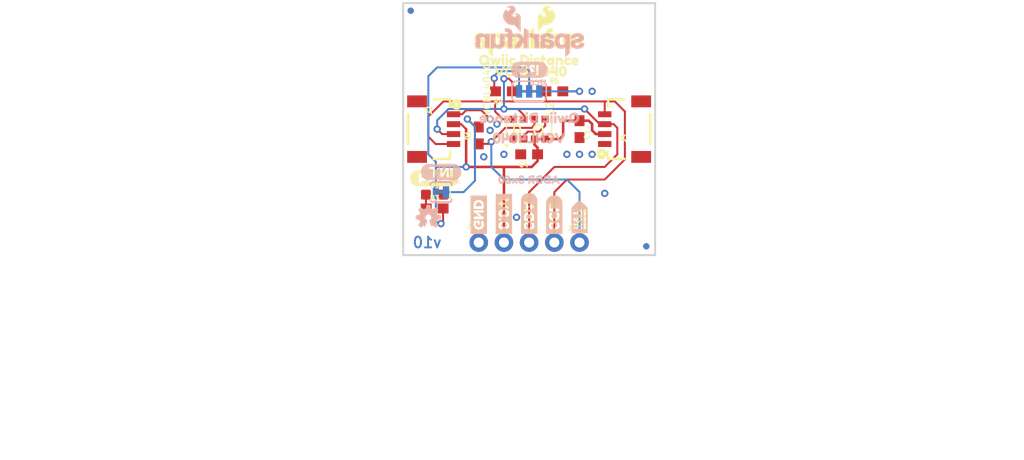
<source format=kicad_pcb>
(kicad_pcb (version 20211014) (generator pcbnew)
  (layers (0 "F.Cu" signal) (31 "B.Cu" signal) (34 "B.Paste" user) (35 "F.Paste" user) (36 "B.SilkS" user "B.Silkscreen") (37 "F.SilkS" user "F.Silkscreen") (38 "B.Mask" user) (39 "F.Mask" user) (44 "Edge.Cuts" user))
  (net 0 "")
  (net 1 "3.3V")
  (net 2 "GND")
  (net 3 "SCL")
  (net 4 "SDA")
  (net 5 "~{INT}")
  (net 6 "N$1")
  (net 7 "N$2")
  (net 8 "N$4")
  (net 9 "N$3")
  (net 10 "N$6")
  (footprint "boardEagle:0603" (layer "F.Cu") (at 151.0411 101.1936)
    (fp_text reference "R5" (at 0 -0.762) (layer "F.SilkS") (effects (font (size 0.48768 0.48768) (thickness 0.12192)) (justify bottom)))
    (fp_text value "2.2k")
    (pad "1" smd rect (at -0.85 0) (size 1.1 1) (layers "F.Cu" "F.Paste" "F.Mask") (net 3 "SCL"))
    (pad "2" smd rect (at 0.85 0) (size 1.1 1) (layers "F.Cu" "F.Paste" "F.Mask") (net 6 "N$1"))
  )
  (footprint "boardEagle:3#3V2" (layer "F.Cu") (at 145.9611 116.0526 90)
    (fp_text reference "U$21" hide)
    (fp_text value "" hide)
  )
  (footprint "boardEagle:STAND-OFF" (layer "F.Cu") (at 158.6611 94.8436)
    (fp_text reference "JP4" hide)
    (fp_text value "STAND-OFF" hide)
    (pad "" np_thru_hole circle (at 0 0) (size 3.302 3.302) (drill 3.302) (layers *.Cu *.Mask))
  )
  (footprint "boardEagle:SDA8" (layer "F.Cu") (at 148.5011 116.0526 90)
    (fp_text reference "U$27" hide)
    (fp_text value "" hide)
  )
  (footprint "boardEagle:1X04_1MM_RA" (layer "F.Cu") (at 140.8811 105.0036 -90)
    (fp_text reference "J2" (at -1.397 2.159 -90) (layer "F.SilkS") (effects (font (size 0.48768 0.48768) (thickness 0.12192)) (justify left bottom)))
    (fp_text value "")
    (pad "1" smd rect (at -1.5 0 270) (size 0.6 1.35) (layers "F.Cu" "F.Paste" "F.Mask") (net 2 "GND"))
    (pad "2" smd rect (at -0.5 0 270) (size 0.6 1.35) (layers "F.Cu" "F.Paste" "F.Mask") (net 1 "3.3V"))
    (pad "3" smd rect (at 0.5 0 270) (size 0.6 1.35) (layers "F.Cu" "F.Paste" "F.Mask") (net 4 "SDA"))
    (pad "4" smd rect (at 1.5 0 270) (size 0.6 1.35) (layers "F.Cu" "F.Paste" "F.Mask") (net 3 "SCL"))
    (pad "NC1" smd rect (at 2.8 3.675 270) (size 1.2 2) (layers "F.Cu" "F.Paste" "F.Mask"))
    (pad "NC2" smd rect (at -2.8 3.675 270) (size 1.2 2) (layers "F.Cu" "F.Paste" "F.Mask"))
  )
  (footprint "boardEagle:1X04_1MM_RA" (layer "F.Cu") (at 156.1211 105.0036 90)
    (fp_text reference "J4" (at -1.397 2.159 90) (layer "F.SilkS") (effects (font (size 0.48768 0.48768) (thickness 0.12192)) (justify left bottom)))
    (fp_text value "")
    (pad "1" smd rect (at -1.5 0 90) (size 0.6 1.35) (layers "F.Cu" "F.Paste" "F.Mask") (net 2 "GND"))
    (pad "2" smd rect (at -0.5 0 90) (size 0.6 1.35) (layers "F.Cu" "F.Paste" "F.Mask") (net 1 "3.3V"))
    (pad "3" smd rect (at 0.5 0 90) (size 0.6 1.35) (layers "F.Cu" "F.Paste" "F.Mask") (net 4 "SDA"))
    (pad "4" smd rect (at 1.5 0 90) (size 0.6 1.35) (layers "F.Cu" "F.Paste" "F.Mask") (net 3 "SCL"))
    (pad "NC1" smd rect (at 2.8 3.675 90) (size 1.2 2) (layers "F.Cu" "F.Paste" "F.Mask"))
    (pad "NC2" smd rect (at -2.8 3.675 90) (size 1.2 2) (layers "F.Cu" "F.Paste" "F.Mask"))
  )
  (footprint "boardEagle:LED-0603" (layer "F.Cu") (at 138.9761 111.6076)
    (fp_text reference "D1" (at 0 -0.635) (layer "F.SilkS") (effects (font (size 0.48768 0.48768) (thickness 0.12192)) (justify bottom)))
    (fp_text value "RED")
    (pad "A" smd roundrect (at -0.877 0 270) (size 1 1) (layers "F.Cu" "F.Paste" "F.Mask") (roundrect_rratio 0.15) (net 9 "N$3"))
    (pad "C" smd roundrect (at 0.877 0 270) (size 1 1) (layers "F.Cu" "F.Paste" "F.Mask") (roundrect_rratio 0.15) (net 2 "GND"))
  )
  (footprint "boardEagle:MICRO-FIDUCIAL" (layer "F.Cu") (at 160.3121 116.8146)
    (fp_text reference "JP2" hide)
    (fp_text value "FIDUCIALUFIDUCIAL" hide)
    (pad "1" smd roundrect (at 0 0) (size 0.635 0.635) (layers "F.Cu" "F.Mask") (roundrect_rratio 0.5))
  )
  (footprint "boardEagle:0603" (layer "F.Cu") (at 138.9761 113.0046)
    (fp_text reference "R3" (at 0 -0.762) (layer "F.SilkS") (effects (font (size 0.48768 0.48768) (thickness 0.12192)) (justify bottom)))
    (fp_text value "1k")
    (pad "1" smd rect (at -0.85 0) (size 1.1 1) (layers "F.Cu" "F.Paste" "F.Mask") (net 9 "N$3"))
    (pad "2" smd rect (at 0.85 0) (size 1.1 1) (layers "F.Cu" "F.Paste" "F.Mask") (net 1 "3.3V"))
  )
  (footprint "boardEagle:SCL9" (layer "F.Cu") (at 151.0411 116.0526 90)
    (fp_text reference "U$26" hide)
    (fp_text value "" hide)
  )
  (footprint "boardEagle:#INT14" (layer "F.Cu") (at 153.5811 116.1796 90)
    (fp_text reference "U$25" hide)
    (fp_text value "" hide)
  )
  (footprint "boardEagle:SPARKX_VCNL4040" (layer "F.Cu") (at 148.5011 105.0036 -90)
    (fp_text reference "U2" (at -1.27 -2.54 -90) (layer "F.SilkS") (effects (font (size 0.715264 0.715264) (thickness 0.097536)) (justify left bottom)))
    (fp_text value "VCNL4040" (at -1.27 3.81 -90) (layer "F.SilkS") (effects (font (size 0.715264 0.715264) (thickness 0.097536)) (justify left bottom)))
    (pad "1" smd rect (at 1 1.6125 270) (size 0.7 0.725) (layers "F.Cu" "F.Paste" "F.Mask") (net 2 "GND"))
    (pad "2" smd rect (at 1 0.5375 270) (size 0.7 0.725) (layers "F.Cu" "F.Paste" "F.Mask") (net 10 "N$6"))
    (pad "3" smd rect (at 1 -0.5375 270) (size 0.7 0.725) (layers "F.Cu" "F.Paste" "F.Mask") (net 1 "3.3V"))
    (pad "4" smd rect (at 1 -1.6125 270) (size 0.7 0.725) (layers "F.Cu" "F.Paste" "F.Mask") (net 1 "3.3V"))
    (pad "5" smd rect (at -1 -1.6125 270) (size 0.7 0.725) (layers "F.Cu" "F.Paste" "F.Mask") (net 10 "N$6"))
    (pad "6" smd rect (at -1 -0.5375 270) (size 0.7 0.725) (layers "F.Cu" "F.Paste" "F.Mask") (net 5 "~{INT}"))
    (pad "7" smd rect (at -1 0.5375 270) (size 0.7 0.725) (layers "F.Cu" "F.Paste" "F.Mask") (net 4 "SDA"))
    (pad "8" smd rect (at -1 1.6125 270) (size 0.7 0.725) (layers "F.Cu" "F.Paste" "F.Mask") (net 3 "SCL"))
  )
  (footprint "boardEagle:CREATIVE_COMMONS" (layer "F.Cu") (at 115.4811 135.4836)
    (fp_text reference "FRAME1" hide)
    (fp_text value "FRAME-LETTER" hide)
  )
  (footprint "boardEagle:0603" (layer "F.Cu") (at 153.5811 105.0036 -90)
    (fp_text reference "C1" (at 0 -0.762 90) (layer "F.SilkS") (effects (font (size 0.512064 0.512064) (thickness 0.097536)) (justify right)))
    (fp_text value "2.2uF")
    (pad "1" smd rect (at -0.85 0 270) (size 1.1 1) (layers "F.Cu" "F.Paste" "F.Mask") (net 1 "3.3V"))
    (pad "2" smd rect (at 0.85 0 270) (size 1.1 1) (layers "F.Cu" "F.Paste" "F.Mask") (net 2 "GND"))
  )
  (footprint "boardEagle:0603" (layer "F.Cu") (at 143.4211 105.6386 90)
    (fp_text reference "R1" (at 0 -0.762 90) (layer "F.SilkS") (effects (font (size 0.48768 0.48768) (thickness 0.12192)) (justify bottom)))
    (fp_text value "10k")
    (pad "1" smd rect (at -0.85 0 90) (size 1.1 1) (layers "F.Cu" "F.Paste" "F.Mask") (net 5 "~{INT}"))
    (pad "2" smd rect (at 0.85 0 90) (size 1.1 1) (layers "F.Cu" "F.Paste" "F.Mask") (net 8 "N$4"))
  )
  (footprint "boardEagle:1X04_NO_SILK" (layer "F.Cu") (at 143.4211 116.4336)
    (fp_text reference "J3" (at -1.27 -1.397) (layer "F.SilkS") (effects (font (size 0.48768 0.48768) (thickness 0.12192)) (justify left bottom)))
    (fp_text value "PTH")
    (pad "1" thru_hole circle (at 0 0 90) (size 1.8796 1.8796) (drill 1.016) (layers *.Cu *.Mask) (net 2 "GND"))
    (pad "2" thru_hole circle (at 2.54 0 90) (size 1.8796 1.8796) (drill 1.016) (layers *.Cu *.Mask) (net 1 "3.3V"))
    (pad "3" thru_hole circle (at 5.08 0 90) (size 1.8796 1.8796) (drill 1.016) (layers *.Cu *.Mask) (net 4 "SDA"))
    (pad "4" thru_hole circle (at 7.62 0 90) (size 1.8796 1.8796) (drill 1.016) (layers *.Cu *.Mask) (net 3 "SCL"))
  )
  (footprint "boardEagle:MICRO-FIDUCIAL" (layer "F.Cu") (at 136.5631 93.0656)
    (fp_text reference "JP6" hide)
    (fp_text value "FIDUCIALUFIDUCIAL" hide)
    (pad "1" smd roundrect (at 0 0) (size 0.635 0.635) (layers "F.Cu" "F.Mask") (roundrect_rratio 0.5))
  )
  (footprint "boardEagle:QWIIC_DISTANCE0" (layer "F.Cu") (at 142.5321 98.0186)
    (fp_text reference "U$19" hide)
    (fp_text value "" hide)
  )
  (footprint "boardEagle:SFE_LOGO_NAME_FLAME_.1" (layer "F.Cu") (at 148.5011 96.2406)
    (fp_text reference "U$1" hide)
    (fp_text value "SFE_LOGO_NAME_FLAME.1_INCH" hide)
  )
  (footprint "boardEagle:(PWR)" (layer "F.Cu") (at 136.4361 109.9566)
    (fp_text reference "U$10" hide)
    (fp_text value "" hide)
  )
  (footprint "boardEagle:VCNL40401" (layer "F.Cu") (at 144.0561 99.1616)
    (fp_text reference "U$13" hide)
    (fp_text value "" hide)
  )
  (footprint "boardEagle:0603" (layer "F.Cu") (at 148.5011 107.5436 180)
    (fp_text reference "C4" (at 0 -0.762 180) (layer "F.SilkS") (effects (font (size 0.48768 0.48768) (thickness 0.12192)) (justify right top)))
    (fp_text value "0.1uF")
    (pad "1" smd rect (at -0.85 0 180) (size 1.1 1) (layers "F.Cu" "F.Paste" "F.Mask") (net 1 "3.3V"))
    (pad "2" smd rect (at 0.85 0 180) (size 1.1 1) (layers "F.Cu" "F.Paste" "F.Mask") (net 2 "GND"))
  )
  (footprint "boardEagle:STAND-OFF" (layer "F.Cu") (at 138.3411 94.8436)
    (fp_text reference "JP3" hide)
    (fp_text value "STAND-OFF" hide)
    (pad "" np_thru_hole circle (at 0 0) (size 3.302 3.302) (drill 3.302) (layers *.Cu *.Mask))
  )
  (footprint "boardEagle:1X01_NO_SILK" (layer "F.Cu") (at 153.5811 116.4336)
    (fp_text reference "J5" (at -1.27 -1.143) (layer "F.SilkS") (effects (font (size 0.48768 0.48768) (thickness 0.12192)) (justify left bottom)))
    (fp_text value "")
    (pad "1" thru_hole circle (at 0 0 90) (size 1.8796 1.8796) (drill 1.016) (layers *.Cu *.Mask) (net 5 "~{INT}"))
  )
  (footprint "boardEagle:REVISION" (layer "F.Cu") (at 126.9111 138.0236)
    (fp_text reference "LOGO2" hide)
    (fp_text value "REVISION" hide)
  )
  (footprint "boardEagle:GND1" (layer "F.Cu") (at 143.4211 116.0526 90)
    (fp_text reference "U$22" hide)
    (fp_text value "" hide)
  )
  (footprint "boardEagle:0603" (layer "F.Cu") (at 145.9611 101.1936 180)
    (fp_text reference "R4" (at 0 -0.762 180) (layer "F.SilkS") (effects (font (size 0.48768 0.48768) (thickness 0.12192)) (justify right top)))
    (fp_text value "2.2k")
    (pad "1" smd rect (at -0.85 0 180) (size 1.1 1) (layers "F.Cu" "F.Paste" "F.Mask") (net 4 "SDA"))
    (pad "2" smd rect (at 0.85 0 180) (size 1.1 1) (layers "F.Cu" "F.Paste" "F.Mask") (net 7 "N$2"))
  )
  (footprint "boardEagle:SFE_LOGO_NAME_FLAME_.1" (layer "B.Cu") (at 148.5011 96.2406 180)
    (fp_text reference "U$2" hide)
    (fp_text value "SFE_LOGO_NAME_FLAME.1_INCH" hide)
  )
  (footprint "boardEagle:MICRO-FIDUCIAL" (layer "B.Cu") (at 160.3121 116.8146 180)
    (fp_text reference "JP5" hide)
    (fp_text value "FIDUCIALUFIDUCIAL" hide)
    (pad "1" smd roundrect (at 0 0 180) (size 0.635 0.635) (layers "B.Cu" "B.Mask") (roundrect_rratio 0.5))
  )
  (footprint "boardEagle:SMT-JUMPER_3_2-NC_TRACE_SILK" (layer "B.Cu") (at 148.5011 101.1936 180)
    (fp_text reference "I2C0" (at 0 1.143) (layer "B.SilkS") (effects (font (size 0.48768 0.48768) (thickness 0.12192)) (justify right top mirror)))
    (fp_text value "")
    (fp_line (start 0 0) (end 1.016 0) (layer "B.Cu") (width 0.254))
    (fp_line (start 0 0) (end -1.016 0) (layer "B.Cu") (width 0.254))
    (pad "1" smd rect (at -1.016 0 180) (size 0.635 1.27) (layers "B.Cu" "B.Mask") (net 6 "N$1"))
    (pad "2" smd rect (at 0 0 180) (size 0.635 1.27) (layers "B.Cu" "B.Mask") (net 1 "3.3V"))
    (pad "3" smd rect (at 1.016 0 180) (size 0.635 1.27) (layers "B.Cu" "B.Mask") (net 7 "N$2"))
  )
  (footprint "boardEagle:MICRO-FIDUCIAL" (layer "B.Cu") (at 136.5631 93.0656 180)
    (fp_text reference "JP1" hide)
    (fp_text value "FIDUCIALUFIDUCIAL" hide)
    (pad "1" smd roundrect (at 0 0 180) (size 0.635 0.635) (layers "B.Cu" "B.Mask") (roundrect_rratio 0.5))
  )
  (footprint "boardEagle:OSHW-LOGO-MINI" (layer "B.Cu") (at 138.3411 113.8936 180)
    (fp_text reference "LOGO1" hide)
    (fp_text value "OSHW-LOGOMINI" hide)
  )
  (footprint "boardEagle:PAD-JUMPER-2-NC_BY_TRACE_YES_SILK" (layer "B.Cu") (at 139.6111 111.3536 180)
    (fp_text reference "JP9" (at -0.9525 1.27) (layer "B.SilkS") (effects (font (size 0.373888 0.373888) (thickness 0.032512)) (justify right top mirror)))
    (fp_text value "INT")
    (fp_line (start -0.381 0) (end 0.381 0) (layer "B.Cu") (width 0.254))
    (pad "1" smd rect (at -0.508 0 180) (size 0.635 1.27) (layers "B.Cu" "B.Mask") (net 8 "N$4"))
    (pad "2" smd rect (at 0.508 0 180) (size 0.635 1.27) (layers "B.Cu" "B.Mask") (net 1 "3.3V"))
  )
  (footprint "boardEagle:(I_SUPER2_C)" (layer "B.Cu") (at 150.4061 99.0346 180)
    (fp_text reference "U$11" hide)
    (fp_text value "" hide)
  )
  (footprint "boardEagle:QWIIC_DISTANCE0" (layer "B.Cu") (at 154.4701 103.8606 180)
    (fp_text reference "U$15" hide)
    (fp_text value "" hide)
  )
  (footprint "boardEagle:SCL9" (layer "B.Cu") (at 151.0411 116.0526 90)
    (fp_text reference "U$6" hide)
    (fp_text value "" hide)
  )
  (footprint "boardEagle:#INT14" (layer "B.Cu") (at 153.5811 116.1796 90)
    (fp_text reference "U$7" hide)
    (fp_text value "" hide)
  )
  (footprint "boardEagle:3#3V2" (layer "B.Cu") (at 145.9611 116.0526 90)
    (fp_text reference "U$4" hide)
    (fp_text value "" hide)
  )
  (footprint "boardEagle:(INT)" (layer "B.Cu") (at 141.7701 109.3216 180)
    (fp_text reference "U$12" hide)
    (fp_text value "" hide)
  )
  (footprint "boardEagle:ADDR_0X600" (layer "B.Cu") (at 152.3111 110.0836 180)
    (fp_text reference "U$8" hide)
    (fp_text value "" hide)
  )
  (footprint "boardEagle:SDA8" (layer "B.Cu") (at 148.5011 116.0526 90)
    (fp_text reference "U$5" hide)
    (fp_text value "" hide)
  )
  (footprint "boardEagle:GND1" (layer "B.Cu") (at 143.4211 116.0526 90)
    (fp_text reference "U$3" hide)
    (fp_text value "" hide)
  )
  (footprint "boardEagle:VCNL40401" (layer "B.Cu") (at 153.0731 105.8926 180)
    (fp_text reference "U$14" hide)
    (fp_text value "" hide)
  )
  (gr_line (start 161.2011 92.3036) (end 161.2011 117.7036) (layer "Edge.Cuts") (width 0.2032))
  (gr_line (start 161.2011 117.7036) (end 135.8011 117.7036) (layer "Edge.Cuts") (width 0.2032))
  (gr_line (start 135.8011 117.7036) (end 135.8011 92.3036) (layer "Edge.Cuts") (width 0.2032))
  (gr_line (start 135.8011 92.3036) (end 161.2011 92.3036) (layer "Edge.Cuts") (width 0.2032))
  (gr_text "v10" (at 138.2141 116.4336) (layer "B.Cu") (effects (font (size 1.0795 1.0795) (thickness 0.1905)) (justify mirror)))
  (segment (start 149.3511 107.5436) (end 149.3511 108.2176) (width 0.254) (layer "F.Cu") (net 1))
  (segment (start 142.1511 105.0036) (end 142.1511 108.8136) (width 0.254) (layer "F.Cu") (net 1))
  (segment (start 142.1511 108.8136) (end 145.9611 108.8136) (width 0.254) (layer "F.Cu") (net 1))
  (segment (start 139.8261 114.3136) (end 139.6111 114.5286) (width 0.2032) (layer "F.Cu") (net 1))
  (segment (start 156.1211 105.5036) (end 155.2241 105.5036) (width 0.254) (layer "F.Cu") (net 1))
  (segment (start 154.5091 104.1536) (end 154.8511 104.4956) (width 0.254) (layer "F.Cu") (net 1))
  (segment (start 139.8261 113.0046) (end 139.8261 114.3136) (width 0.2032) (layer "F.Cu") (net 1))
  (segment (start 149.0386 106.5571) (end 149.3511 106.8696) (width 0.254) (layer "F.Cu") (net 1))
  (segment (start 153.5811 104.1536) (end 152.1451 104.1536) (width 0.254) (layer "F.Cu") (net 1))
  (segment (start 153.5811 104.1536) (end 154.5091 104.1536) (width 0.254) (layer "F.Cu") (net 1))
  (segment (start 149.0386 106.0036) (end 150.1136 106.0036) (width 0.254) (layer "F.Cu") (net 1))
  (segment (start 149.3511 107.5436) (end 149.3511 106.8696) (width 0.254) (layer "F.Cu") (net 1))
  (segment (start 148.7551 108.8136) (end 149.3511 108.2176) (width 0.254) (layer "F.Cu") (net 1))
  (segment (start 152.1451 104.1536) (end 151.9301 104.3686) (width 0.254) (layer "F.Cu") (net 1))
  (segment (start 141.6511 104.5036) (end 142.1511 105.0036) (width 0.2032) (layer "F.Cu") (net 1))
  (segment (start 154.8511 104.4956) (end 154.8511 105.1306) (width 0.254) (layer "F.Cu") (net 1))
  (segment (start 150.1136 106.0036) (end 151.5651 106.0036) (width 0.254) (layer "F.Cu") (net 1))
  (segment (start 149.0386 106.0036) (end 149.0386 106.5571) (width 0.254) (layer "F.Cu") (net 1))
  (segment (start 151.9301 105.6386) (end 151.9301 104.3686) (width 0.254) (layer "F.Cu") (net 1))
  (segment (start 140.8811 104.5036) (end 141.6511 104.5036) (width 0.2032) (layer "F.Cu") (net 1))
  (segment (start 151.5651 106.0036) (end 151.9301 105.6386) (width 0.254) (layer "F.Cu") (net 1))
  (segment (start 154.8511 105.1306) (end 155.2241 105.5036) (width 0.254) (layer "F.Cu") (net 1))
  (segment (start 145.9611 116.4336) (end 145.9611 108.8136) (width 0.254) (layer "F.Cu") (net 1))
  (segment (start 145.9611 108.8136) (end 148.7551 108.8136) (width 0.254) (layer "F.Cu") (net 1))
  (via (at 142.1511 108.8136) (size 0.7366) (drill 0.381) (layers "F.Cu" "B.Cu") (net 1))
  (via (at 139.6111 114.5286) (size 0.7366) (drill 0.381) (layers "F.Cu" "B.Cu") (net 1))
  (segment (start 139.6111 114.5286) (end 139.3571 114.5286) (width 0.2032) (layer "B.Cu") (net 1))
  (segment (start 139.3571 114.5286) (end 139.1031 114.2746) (width 0.2032) (layer "B.Cu") (net 1))
  (segment (start 148.5011 101.1936) (end 148.5011 99.1616) (width 0.2032) (layer "B.Cu") (net 1))
  (segment (start 139.1031 108.3056) (end 138.3411 107.5436) (width 0.2032) (layer "B.Cu") (net 1))
  (segment (start 138.3411 99.6696) (end 138.3411 107.5436) (width 0.2032) (layer "B.Cu") (net 1))
  (segment (start 142.1511 108.8136) (end 139.1031 108.8136) (width 0.2032) (layer "B.Cu") (net 1))
  (segment (start 148.1201 98.7806) (end 139.2301 98.7806) (width 0.2032) (layer "B.Cu") (net 1))
  (segment (start 139.1031 114.2746) (end 139.1031 111.3536) (width 0.2032) (layer "B.Cu") (net 1))
  (segment (start 139.1031 111.3536) (end 139.1031 108.8136) (width 0.2032) (layer "B.Cu") (net 1))
  (segment (start 139.1031 108.8136) (end 139.1031 108.3056) (width 0.2032) (layer "B.Cu") (net 1))
  (segment (start 148.5011 99.1616) (end 148.1201 98.7806) (width 0.2032) (layer "B.Cu") (net 1))
  (segment (start 139.2301 98.7806) (end 138.3411 99.6696) (width 0.2032) (layer "B.Cu") (net 1))
  (segment (start 140.8811 103.5036) (end 141.7461 103.5036) (width 0.2032) (layer "F.Cu") (net 2))
  (segment (start 141.7461 103.5036) (end 142.1511 103.0986) (width 0.2032) (layer "F.Cu") (net 2))
  (segment (start 142.1511 103.0986) (end 143.6751 103.0986) (width 0.2032) (layer "F.Cu") (net 2))
  (segment (start 143.6751 103.0986) (end 144.5641 103.9876) (width 0.2032) (layer "F.Cu") (net 2))
  (via (at 152.3111 107.5436) (size 0.7366) (drill 0.381) (layers "F.Cu" "B.Cu") (net 2))
  (via (at 156.1211 111.4806) (size 0.7366) (drill 0.381) (layers "F.Cu" "B.Cu") (net 2))
  (via (at 145.2626 104.4956) (size 0.7366) (drill 0.381) (layers "F.Cu" "B.Cu") (net 2))
  (via (at 144.5641 105.1306) (size 0.7366) (drill 0.381) (layers "F.Cu" "B.Cu") (net 2))
  (via (at 154.8511 101.1936) (size 0.7366) (drill 0.381) (layers "F.Cu" "B.Cu") (net 2))
  (via (at 154.8511 107.5436) (size 0.7366) (drill 0.381) (layers "F.Cu" "B.Cu") (net 2))
  (via (at 144.5641 103.9876) (size 0.7366) (drill 0.381) (layers "F.Cu" "B.Cu") (net 2))
  (via (at 153.5811 107.5436) (size 0.7366) (drill 0.381) (layers "F.Cu" "B.Cu") (net 2))
  (via (at 145.9611 107.5436) (size 0.7366) (drill 0.381) (layers "F.Cu" "B.Cu") (net 2))
  (via (at 147.2311 113.8936) (size 0.7366) (drill 0.381) (layers "F.Cu" "B.Cu") (net 2))
  (via (at 143.9291 107.7976) (size 0.7366) (drill 0.381) (layers "F.Cu" "B.Cu") (net 2))
  (segment (start 140.8811 106.5036) (end 139.0791 106.5036) (width 0.2032) (layer "F.Cu") (net 3))
  (segment (start 145.0721 103.2256) (end 145.0721 102.4636) (width 0.2032) (layer "F.Cu") (net 3))
  (segment (start 151.0411 111.3536) (end 152.3111 110.0836) (width 0.2032) (layer "F.Cu") (net 3))
  (segment (start 150.1911 102.2096) (end 149.1361 102.2096) (width 0.2032) (layer "F.Cu") (net 3))
  (segment (start 156.1211 110.0836) (end 158.1531 108.0516) (width 0.2032) (layer "F.Cu") (net 3))
  (segment (start 158.1531 108.0516) (end 158.1531 103.2256) (width 0.2032) (layer "F.Cu") (net 3))
  (segment (start 139.8651 102.2096) (end 138.3411 103.7336) (width 0.2032) (layer "F.Cu") (net 3))
  (segment (start 145.8501 104.0036) (end 145.0721 103.2256) (width 0.2032) (layer "F.Cu") (net 3))
  (segment (start 138.3411 103.7336) (end 138.3411 105.7656) (width 0.2032) (layer "F.Cu") (net 3))
  (segment (start 138.3411 105.7656) (end 139.0791 106.5036) (width 0.2032) (layer "F.Cu") (net 3))
  (segment (start 152.3111 110.0836) (end 156.1211 110.0836) (width 0.2032) (layer "F.Cu") (net 3))
  (segment (start 149.1361 102.2096) (end 145.0721 102.2096) (width 0.2032) (layer "F.Cu") (net 3))
  (segment (start 156.1211 103.5036) (end 156.1211 102.2096) (width 0.2032) (layer "F.Cu") (net 3))
  (segment (start 151.0411 116.4336) (end 151.0411 111.3536) (width 0.2032) (layer "F.Cu") (net 3))
  (segment (start 150.1911 101.1936) (end 150.1911 102.2096) (width 0.2032) (layer "F.Cu") (net 3))
  (segment (start 158.1531 103.2256) (end 157.1371 102.2096) (width 0.2032) (layer "F.Cu") (net 3))
  (segment (start 146.8886 104.0036) (end 145.8501 104.0036) (width 0.2032) (layer "F.Cu") (net 3))
  (segment (start 145.0721 102.3366) (end 145.0721 102.2096) (width 0.2032) (layer "F.Cu") (net 3))
  (segment (start 145.0721 102.4636) (end 145.0721 102.3366) (width 0.2032) (layer "F.Cu") (net 3))
  (segment (start 157.1371 102.2096) (end 156.1211 102.2096) (width 0.2032) (layer "F.Cu") (net 3))
  (segment (start 156.1211 102.2096) (end 150.1911 102.2096) (width 0.2032) (layer "F.Cu") (net 3))
  (segment (start 145.0721 102.2096) (end 139.8651 102.2096) (width 0.2032) (layer "F.Cu") (net 3))
  (segment (start 146.4691 99.9236) (end 145.9611 99.9236) (width 0.2032) (layer "F.Cu") (net 4))
  (segment (start 146.4691 99.9236) (end 146.8111 100.2656) (width 0.2032) (layer "F.Cu") (net 4))
  (segment (start 139.7301 105.5036) (end 139.2301 105.0036) (width 0.2032) (layer "F.Cu") (net 4))
  (segment (start 156.1211 104.5036) (end 157.0181 104.5036) (width 0.2032) (layer "F.Cu") (net 4))
  (segment (start 147.9636 104.0036) (end 147.9636 103.5771) (width 0.2032) (layer "F.Cu") (net 4))
  (segment (start 147.3581 102.9716) (end 147.9636 103.5771) (width 0.2032) (layer "F.Cu") (net 4))
  (segment (start 155.6211 104.5036) (end 154.0891 102.9716) (width 0.2032) (layer "F.Cu") (net 4))
  (segment (start 156.1211 104.5036) (end 155.6211 104.5036) (width 0.2032) (layer "F.Cu") (net 4))
  (segment (start 156.1211 108.8136) (end 157.3911 107.5436) (width 0.2032) (layer "F.Cu") (net 4))
  (segment (start 157.0181 104.5036) (end 157.3911 104.8766) (width 0.2032) (layer "F.Cu") (net 4))
  (segment (start 148.5011 111.3536) (end 151.0411 108.8136) (width 0.2032) (layer "F.Cu") (net 4))
  (segment (start 146.8111 101.1936) (end 146.8111 100.2656) (width 0.2032) (layer "F.Cu") (net 4))
  (segment (start 157.3911 104.8766) (end 157.3911 107.5436) (width 0.2032) (layer "F.Cu") (net 4))
  (segment (start 145.9611 102.9716) (end 147.3581 102.9716) (width 0.2032) (layer "F.Cu") (net 4))
  (segment (start 148.5011 116.4336) (end 148.5011 111.3536) (width 0.2032) (layer "F.Cu") (net 4))
  (segment (start 140.8811 105.5036) (end 139.7301 105.5036) (width 0.2032) (layer "F.Cu") (net 4))
  (segment (start 151.0411 108.8136) (end 156.1211 108.8136) (width 0.2032) (layer "F.Cu") (net 4))
  (via (at 154.0891 102.9716) (size 0.7366) (drill 0.381) (layers "F.Cu" "B.Cu") (net 4))
  (via (at 145.9611 102.9716) (size 0.7366) (drill 0.381) (layers "F.Cu" "B.Cu") (net 4))
  (via (at 145.9611 99.9236) (size 0.7366) (drill 0.381) (layers "F.Cu" "B.Cu") (net 4))
  (via (at 139.2301 105.0036) (size 0.7366) (drill 0.381) (layers "F.Cu" "B.Cu") (net 4))
  (segment (start 154.0891 102.9716) (end 145.9611 102.9716) (width 0.2032) (layer "B.Cu") (net 4))
  (segment (start 139.2301 105.0036) (end 139.2301 104.1146) (width 0.2032) (layer "B.Cu") (net 4))
  (segment (start 145.9611 99.9236) (end 145.9611 102.9716) (width 0.2032) (layer "B.Cu") (net 4))
  (segment (start 140.3731 102.9716) (end 139.2301 104.1146) (width 0.2032) (layer "B.Cu") (net 4))
  (segment (start 145.9611 102.9716) (end 140.3731 102.9716) (width 0.2032) (layer "B.Cu") (net 4))
  (segment (start 146.0881 104.8766) (end 144.6911 106.2736) (width 0.2032) (layer "F.Cu") (net 5))
  (segment (start 148.7551 104.8766) (end 146.0881 104.8766) (width 0.2032) (layer "F.Cu") (net 5))
  (segment (start 149.0386 104.0036) (end 149.0386 104.5931) (width 0.2032) (layer "F.Cu") (net 5))
  (segment (start 144.6911 106.2736) (end 144.4761 106.4886) (width 0.2032) (layer "F.Cu") (net 5))
  (segment (start 143.4211 106.4886) (end 143.7141 106.4886) (width 0.2032) (layer "F.Cu") (net 5))
  (segment (start 149.0386 104.5931) (end 148.7551 104.8766) (width 0.2032) (layer "F.Cu") (net 5))
  (segment (start 144.4761 106.4886) (end 143.4211 106.4886) (width 0.2032) (layer "F.Cu") (net 5))
  (via (at 144.6911 106.2736) (size 0.7366) (drill 0.381) (layers "F.Cu" "B.Cu") (net 5))
  (segment (start 153.5811 116.4336) (end 153.5811 111.3536) (width 0.2032) (layer "B.Cu") (net 5))
  (segment (start 152.3111 110.0836) (end 153.5811 111.3536) (width 0.2032) (layer "B.Cu") (net 5))
  (segment (start 144.6911 108.8136) (end 144.6911 106.2736) (width 0.2032) (layer "B.Cu") (net 5))
  (segment (start 145.9611 110.0836) (end 144.6911 108.8136) (width 0.2032) (layer "B.Cu") (net 5))
  (segment (start 152.3111 110.0836) (end 145.9611 110.0836) (width 0.2032) (layer "B.Cu") (net 5))
  (segment (start 151.8911 101.1936) (end 153.5811 101.1936) (width 0.2032) (layer "F.Cu") (net 6))
  (via (at 153.5811 101.1936) (size 0.7366) (drill 0.381) (layers "F.Cu" "B.Cu") (net 6))
  (segment (start 149.5171 101.1936) (end 153.5031 101.1936) (width 0.2032) (layer "B.Cu") (net 6))
  (segment (start 153.5031 101.1936) (end 153.5811 101.1936) (width 0.2032) (layer "B.Cu") (net 6))
  (segment (start 144.9841 101.0666) (end 144.9841 99.8846) (width 0.2032) (layer "F.Cu") (net 7))
  (segment (start 145.1111 101.1936) (end 144.9841 101.0666) (width 0.2032) (layer "F.Cu") (net 7))
  (via (at 144.9841 99.8846) (size 0.7366) (drill 0.381) (layers "F.Cu" "B.Cu") (net 7))
  (segment (start 147.4851 99.5426) (end 147.1041 99.1616) (width 0.2032) (layer "B.Cu") (net 7))
  (segment (start 144.9841 99.8846) (end 144.9841 99.6306) (width 0.2032) (layer "B.Cu") (net 7))
  (segment (start 145.4531 99.1616) (end 144.9841 99.6306) (width 0.2032) (layer "B.Cu") (net 7))
  (segment (start 147.4851 101.1936) (end 147.4851 99.5426) (width 0.2032) (layer "B.Cu") (net 7))
  (segment (start 147.1041 99.1616) (end 145.4531 99.1616) (width 0.2032) (layer "B.Cu") (net 7))
  (segment (start 143.0791 104.7886) (end 142.2781 103.9876) (width 0.2032) (layer "F.Cu") (net 8))
  (segment (start 143.4211 104.7886) (end 143.0791 104.7886) (width 0.2032) (layer "F.Cu") (net 8))
  (via (at 142.2781 103.9876) (size 0.7366) (drill 0.381) (layers "F.Cu" "B.Cu") (net 8))
  (segment (start 143.0401 110.2106) (end 143.0401 104.7496) (width 0.2032) (layer "B.Cu") (net 8))
  (segment (start 141.8971 111.3536) (end 143.0401 110.2106) (width 0.2032) (layer "B.Cu") (net 8))
  (segment (start 143.0401 104.7496) (end 142.2781 103.9876) (width 0.2032) (layer "B.Cu") (net 8))
  (segment (start 140.1191 111.3536) (end 141.8971 111.3536) (width 0.2032) (layer "B.Cu") (net 8))
  (segment (start 138.0991 111.6076) (end 138.0991 112.9776) (width 0.2032) (layer "F.Cu") (net 9))
  (segment (start 138.0991 112.9776) (end 138.1261 113.0046) (width 0.2032) (layer "F.Cu") (net 9))
  (segment (start 147.9636 105.6681) (end 148.3741 105.2576) (width 0.2032) (layer "F.Cu") (net 10))
  (segment (start 150.1136 104.0036) (end 150.1136 104.6611) (width 0.2032) (layer "F.Cu") (net 10))
  (segment (start 150.1136 104.6611) (end 149.5171 105.2576) (width 0.2032) (layer "F.Cu") (net 10))
  (segment (start 147.9636 106.0036) (end 147.9636 105.6681) (width 0.2032) (layer "F.Cu") (net 10))
  (segment (start 148.3741 105.2576) (end 149.5171 105.2576) (width 0.2032) (layer "F.Cu") (net 10))
)
</source>
